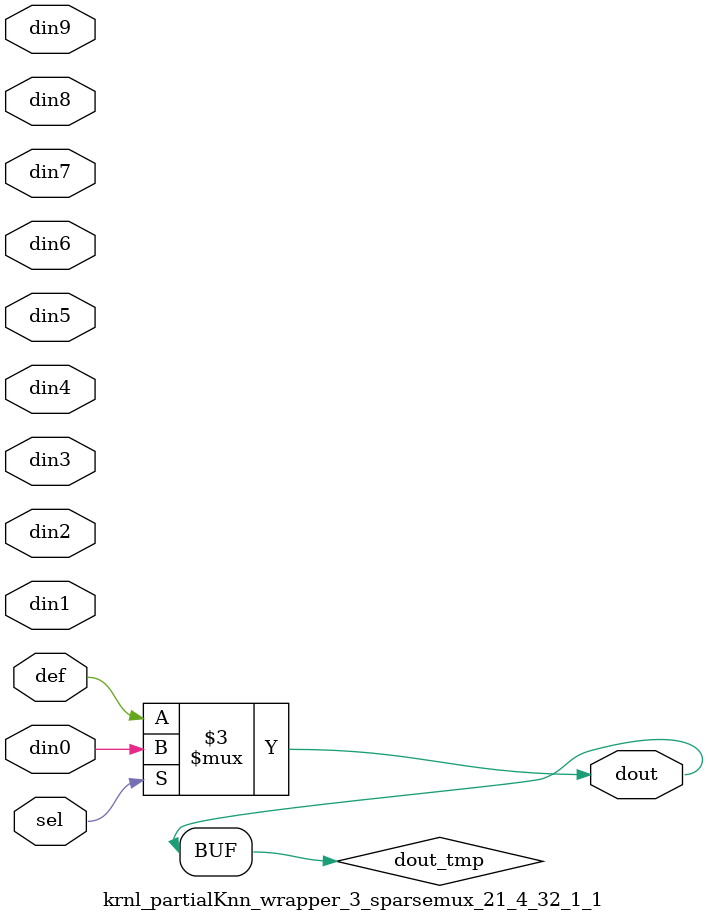
<source format=v>
`timescale 1 ns / 1 ps
module krnl_partialKnn_wrapper_3_sparsemux_21_4_32_1_1 (din0,din1,din2,din3,din4,din5,din6,din7,din8,din9,def,sel,dout);
parameter din0_WIDTH = 1;
parameter din1_WIDTH = 1;
parameter din2_WIDTH = 1;
parameter din3_WIDTH = 1;
parameter din4_WIDTH = 1;
parameter din5_WIDTH = 1;
parameter din6_WIDTH = 1;
parameter din7_WIDTH = 1;
parameter din8_WIDTH = 1;
parameter din9_WIDTH = 1;
parameter def_WIDTH = 1;
parameter sel_WIDTH = 1;
parameter dout_WIDTH = 1;
parameter [sel_WIDTH-1:0] CASE0 = 1;
parameter [sel_WIDTH-1:0] CASE1 = 1;
parameter [sel_WIDTH-1:0] CASE2 = 1;
parameter [sel_WIDTH-1:0] CASE3 = 1;
parameter [sel_WIDTH-1:0] CASE4 = 1;
parameter [sel_WIDTH-1:0] CASE5 = 1;
parameter [sel_WIDTH-1:0] CASE6 = 1;
parameter [sel_WIDTH-1:0] CASE7 = 1;
parameter [sel_WIDTH-1:0] CASE8 = 1;
parameter [sel_WIDTH-1:0] CASE9 = 1;
parameter ID = 1;
parameter NUM_STAGE = 1;
input [din0_WIDTH-1:0] din0;
input [din1_WIDTH-1:0] din1;
input [din2_WIDTH-1:0] din2;
input [din3_WIDTH-1:0] din3;
input [din4_WIDTH-1:0] din4;
input [din5_WIDTH-1:0] din5;
input [din6_WIDTH-1:0] din6;
input [din7_WIDTH-1:0] din7;
input [din8_WIDTH-1:0] din8;
input [din9_WIDTH-1:0] din9;
input [def_WIDTH-1:0] def;
input [sel_WIDTH-1:0] sel;
output [dout_WIDTH-1:0] dout;
reg [dout_WIDTH-1:0] dout_tmp;
always @ (*) begin
case (sel)
    
    CASE0 : dout_tmp = din0;
    
    CASE1 : dout_tmp = din1;
    
    CASE2 : dout_tmp = din2;
    
    CASE3 : dout_tmp = din3;
    
    CASE4 : dout_tmp = din4;
    
    CASE5 : dout_tmp = din5;
    
    CASE6 : dout_tmp = din6;
    
    CASE7 : dout_tmp = din7;
    
    CASE8 : dout_tmp = din8;
    
    CASE9 : dout_tmp = din9;
    
    default : dout_tmp = def;
endcase
end
assign dout = dout_tmp;
endmodule
</source>
